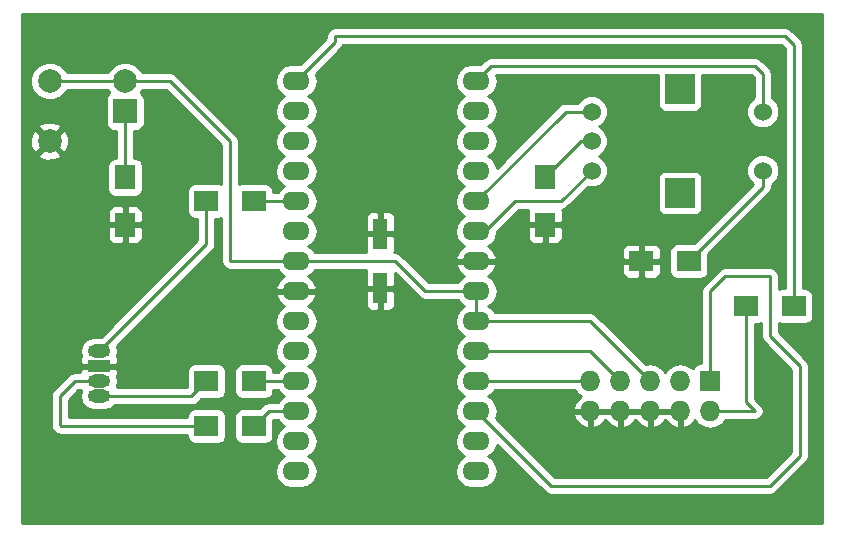
<source format=gbr>
G04 #@! TF.FileFunction,Copper,L2,Bot,Signal*
%FSLAX46Y46*%
G04 Gerber Fmt 4.6, Leading zero omitted, Abs format (unit mm)*
G04 Created by KiCad (PCBNEW 4.0.0-rc1-stable) date 2/17/2016 9:04:39 PM*
%MOMM*%
G01*
G04 APERTURE LIST*
%ADD10C,0.100000*%
%ADD11R,1.727200X1.727200*%
%ADD12O,1.727200X1.727200*%
%ADD13R,2.000000X2.000000*%
%ADD14C,2.000000*%
%ADD15O,1.905000X1.117600*%
%ADD16R,1.905000X1.117600*%
%ADD17C,1.524000*%
%ADD18R,2.500000X2.500000*%
%ADD19O,2.300000X1.600000*%
%ADD20R,1.700000X2.000000*%
%ADD21R,2.000000X1.700000*%
%ADD22R,1.198880X2.598420*%
%ADD23R,1.198880X2.600960*%
%ADD24C,0.250000*%
%ADD25C,0.254000*%
G04 APERTURE END LIST*
D10*
D11*
X191770000Y-135890000D03*
D12*
X191770000Y-138430000D03*
X189230000Y-135890000D03*
X189230000Y-138430000D03*
X186690000Y-135890000D03*
X186690000Y-138430000D03*
X184150000Y-135890000D03*
X184150000Y-138430000D03*
X181610000Y-135890000D03*
X181610000Y-138430000D03*
D13*
X142240000Y-113030000D03*
D14*
X142240000Y-110490000D03*
D15*
X140040000Y-133360000D03*
D16*
X140040000Y-134630000D03*
D15*
X140040000Y-135900000D03*
X140040000Y-137170000D03*
D17*
X196230000Y-118070000D03*
X196230000Y-113070000D03*
X181730000Y-115570000D03*
X181730000Y-118070000D03*
X181730000Y-113070000D03*
D18*
X189230000Y-119970000D03*
X189230000Y-111170000D03*
D19*
X156714524Y-110485000D03*
X156714524Y-113025000D03*
X156714524Y-115565000D03*
X156714524Y-118105000D03*
X156714524Y-120645000D03*
X156714524Y-123185000D03*
X156714524Y-125725000D03*
X156714524Y-128265000D03*
X156714524Y-130805000D03*
X156714524Y-133345000D03*
X156714524Y-135885000D03*
X156714524Y-138425000D03*
X156714524Y-140965000D03*
X156714524Y-143505000D03*
X171954524Y-143505000D03*
X171954524Y-140965000D03*
X171954524Y-138425000D03*
X171954524Y-135885000D03*
X171954524Y-133345000D03*
X171954524Y-130805000D03*
X171954524Y-128265000D03*
X171954524Y-125725000D03*
X171954524Y-123185000D03*
X171954524Y-120645000D03*
X171954524Y-118105000D03*
X171954524Y-115565000D03*
X171954524Y-113025000D03*
X171954524Y-110485000D03*
D20*
X142240000Y-122650000D03*
X142240000Y-118650000D03*
D21*
X194850000Y-129540000D03*
X198850000Y-129540000D03*
X189960000Y-125730000D03*
X185960000Y-125730000D03*
D20*
X177800000Y-122650000D03*
X177800000Y-118650000D03*
D21*
X149130000Y-139700000D03*
X153130000Y-139700000D03*
X149130000Y-135890000D03*
X153130000Y-135890000D03*
X149130000Y-120650000D03*
X153130000Y-120650000D03*
D14*
X135850000Y-115570000D03*
X135850000Y-110490000D03*
D22*
X163830000Y-123428760D03*
D23*
X163830000Y-128031240D03*
D24*
X191770000Y-135890000D02*
X191770000Y-128270000D01*
X178309524Y-144780000D02*
X171954524Y-138425000D01*
X196850000Y-144780000D02*
X178309524Y-144780000D01*
X199390000Y-142240000D02*
X196850000Y-144780000D01*
X199390000Y-134620000D02*
X199390000Y-142240000D01*
X196850000Y-132080000D02*
X199390000Y-134620000D01*
X196850000Y-127000000D02*
X196850000Y-132080000D01*
X193040000Y-127000000D02*
X196850000Y-127000000D01*
X191770000Y-128270000D02*
X193040000Y-127000000D01*
X156714524Y-125725000D02*
X165095000Y-125725000D01*
X167640000Y-128270000D02*
X171949524Y-128270000D01*
X165095000Y-125725000D02*
X167640000Y-128270000D01*
X171949524Y-128270000D02*
X171954524Y-128265000D01*
X171954524Y-130805000D02*
X171954524Y-128265000D01*
X142240000Y-110490000D02*
X146050000Y-110490000D01*
X151135000Y-125725000D02*
X156714524Y-125725000D01*
X151130000Y-125730000D02*
X151135000Y-125725000D01*
X151130000Y-115570000D02*
X151130000Y-125730000D01*
X146050000Y-110490000D02*
X151130000Y-115570000D01*
X191770000Y-138430000D02*
X195580000Y-138430000D01*
X194850000Y-137700000D02*
X194850000Y-129540000D01*
X195580000Y-138430000D02*
X194850000Y-137700000D01*
X186690000Y-135890000D02*
X181610000Y-130810000D01*
X181610000Y-130810000D02*
X171959524Y-130810000D01*
X171959524Y-130810000D02*
X171954524Y-130805000D01*
X142240000Y-110490000D02*
X135850000Y-110490000D01*
X184150000Y-135890000D02*
X181610000Y-133350000D01*
X181610000Y-133350000D02*
X171959524Y-133350000D01*
X171959524Y-133350000D02*
X171954524Y-133345000D01*
X142240000Y-113030000D02*
X142240000Y-118650000D01*
X149130000Y-120650000D02*
X149130000Y-124270000D01*
X149130000Y-124270000D02*
X140040000Y-133360000D01*
X149130000Y-139700000D02*
X136790000Y-139700000D01*
X137970000Y-135900000D02*
X140040000Y-135900000D01*
X136710000Y-137160000D02*
X137970000Y-135900000D01*
X136710000Y-139620000D02*
X136710000Y-137160000D01*
X136790000Y-139700000D02*
X136710000Y-139620000D01*
X140040000Y-137170000D02*
X147850000Y-137170000D01*
X147850000Y-137170000D02*
X149130000Y-135890000D01*
X196230000Y-118070000D02*
X196230000Y-119460000D01*
X196230000Y-119460000D02*
X189960000Y-125730000D01*
X196230000Y-113070000D02*
X196230000Y-109870000D01*
X173219524Y-109220000D02*
X171954524Y-110485000D01*
X195580000Y-109220000D02*
X173219524Y-109220000D01*
X196230000Y-109870000D02*
X195580000Y-109220000D01*
X181730000Y-115570000D02*
X180880000Y-115570000D01*
X180880000Y-115570000D02*
X177800000Y-118650000D01*
X171954524Y-123185000D02*
X172725000Y-123185000D01*
X172725000Y-123185000D02*
X175260000Y-120650000D01*
X175260000Y-120650000D02*
X179150000Y-120650000D01*
X179150000Y-120650000D02*
X181730000Y-118070000D01*
X181730000Y-113070000D02*
X179529524Y-113070000D01*
X179529524Y-113070000D02*
X171954524Y-120645000D01*
X160020000Y-106680000D02*
X160020000Y-107179524D01*
X198850000Y-107410000D02*
X198120000Y-106680000D01*
X198120000Y-106680000D02*
X160020000Y-106680000D01*
X198850000Y-129540000D02*
X198850000Y-107410000D01*
X160020000Y-107179524D02*
X156714524Y-110485000D01*
X156714524Y-120645000D02*
X153135000Y-120645000D01*
X153135000Y-120645000D02*
X153130000Y-120650000D01*
X156714524Y-135885000D02*
X153135000Y-135885000D01*
X153135000Y-135885000D02*
X153130000Y-135890000D01*
X156714524Y-138425000D02*
X154405000Y-138425000D01*
X154405000Y-138425000D02*
X153130000Y-139700000D01*
X181610000Y-135890000D02*
X171959524Y-135890000D01*
X171959524Y-135890000D02*
X171954524Y-135885000D01*
D25*
G36*
X201220000Y-147880000D02*
X133477000Y-147880000D01*
X133477000Y-137160000D01*
X135950000Y-137160000D01*
X135950000Y-139620000D01*
X136007852Y-139910839D01*
X136172599Y-140157401D01*
X136252599Y-140237401D01*
X136499161Y-140402148D01*
X136790000Y-140460000D01*
X147482560Y-140460000D01*
X147482560Y-140550000D01*
X147526838Y-140785317D01*
X147665910Y-141001441D01*
X147878110Y-141146431D01*
X148130000Y-141197440D01*
X150130000Y-141197440D01*
X150365317Y-141153162D01*
X150581441Y-141014090D01*
X150726431Y-140801890D01*
X150777440Y-140550000D01*
X150777440Y-138850000D01*
X150733162Y-138614683D01*
X150594090Y-138398559D01*
X150381890Y-138253569D01*
X150130000Y-138202560D01*
X148130000Y-138202560D01*
X147894683Y-138246838D01*
X147678559Y-138385910D01*
X147533569Y-138598110D01*
X147482560Y-138850000D01*
X147482560Y-138940000D01*
X137470000Y-138940000D01*
X137470000Y-137474802D01*
X138284802Y-136660000D01*
X138547788Y-136660000D01*
X138512272Y-136713153D01*
X138421399Y-137170000D01*
X138512272Y-137626847D01*
X138771055Y-138014144D01*
X139158352Y-138272927D01*
X139615199Y-138363800D01*
X140464801Y-138363800D01*
X140921648Y-138272927D01*
X141308945Y-138014144D01*
X141365168Y-137930000D01*
X147850000Y-137930000D01*
X148140839Y-137872148D01*
X148387401Y-137707401D01*
X148707362Y-137387440D01*
X150130000Y-137387440D01*
X150365317Y-137343162D01*
X150581441Y-137204090D01*
X150726431Y-136991890D01*
X150777440Y-136740000D01*
X150777440Y-135040000D01*
X151482560Y-135040000D01*
X151482560Y-136740000D01*
X151526838Y-136975317D01*
X151665910Y-137191441D01*
X151878110Y-137336431D01*
X152130000Y-137387440D01*
X154130000Y-137387440D01*
X154365317Y-137343162D01*
X154581441Y-137204090D01*
X154726431Y-136991890D01*
X154777440Y-136740000D01*
X154777440Y-136645000D01*
X155144672Y-136645000D01*
X155314856Y-136899698D01*
X155696942Y-137155000D01*
X155314856Y-137410302D01*
X155144672Y-137665000D01*
X154405000Y-137665000D01*
X154114160Y-137722852D01*
X153867599Y-137887599D01*
X153552638Y-138202560D01*
X152130000Y-138202560D01*
X151894683Y-138246838D01*
X151678559Y-138385910D01*
X151533569Y-138598110D01*
X151482560Y-138850000D01*
X151482560Y-140550000D01*
X151526838Y-140785317D01*
X151665910Y-141001441D01*
X151878110Y-141146431D01*
X152130000Y-141197440D01*
X154130000Y-141197440D01*
X154365317Y-141153162D01*
X154581441Y-141014090D01*
X154726431Y-140801890D01*
X154777440Y-140550000D01*
X154777440Y-139185000D01*
X155144672Y-139185000D01*
X155314856Y-139439698D01*
X155696942Y-139695000D01*
X155314856Y-139950302D01*
X155003787Y-140415849D01*
X154894554Y-140965000D01*
X155003787Y-141514151D01*
X155314856Y-141979698D01*
X155696942Y-142235000D01*
X155314856Y-142490302D01*
X155003787Y-142955849D01*
X154894554Y-143505000D01*
X155003787Y-144054151D01*
X155314856Y-144519698D01*
X155780403Y-144830767D01*
X156329554Y-144940000D01*
X157099494Y-144940000D01*
X157648645Y-144830767D01*
X158114192Y-144519698D01*
X158425261Y-144054151D01*
X158534494Y-143505000D01*
X158425261Y-142955849D01*
X158114192Y-142490302D01*
X157732106Y-142235000D01*
X158114192Y-141979698D01*
X158425261Y-141514151D01*
X158534494Y-140965000D01*
X158425261Y-140415849D01*
X158114192Y-139950302D01*
X157732106Y-139695000D01*
X158114192Y-139439698D01*
X158425261Y-138974151D01*
X158534494Y-138425000D01*
X158425261Y-137875849D01*
X158114192Y-137410302D01*
X157732106Y-137155000D01*
X158114192Y-136899698D01*
X158425261Y-136434151D01*
X158534494Y-135885000D01*
X158425261Y-135335849D01*
X158114192Y-134870302D01*
X157732106Y-134615000D01*
X158114192Y-134359698D01*
X158425261Y-133894151D01*
X158534494Y-133345000D01*
X158425261Y-132795849D01*
X158114192Y-132330302D01*
X157732106Y-132075000D01*
X158114192Y-131819698D01*
X158425261Y-131354151D01*
X158534494Y-130805000D01*
X158425261Y-130255849D01*
X158114192Y-129790302D01*
X157736373Y-129537851D01*
X158169024Y-129189896D01*
X158438891Y-128696819D01*
X158456428Y-128614039D01*
X158334439Y-128392000D01*
X156841524Y-128392000D01*
X156841524Y-128412000D01*
X156587524Y-128412000D01*
X156587524Y-128392000D01*
X155094609Y-128392000D01*
X154972620Y-128614039D01*
X154990157Y-128696819D01*
X155260024Y-129189896D01*
X155692675Y-129537851D01*
X155314856Y-129790302D01*
X155003787Y-130255849D01*
X154894554Y-130805000D01*
X155003787Y-131354151D01*
X155314856Y-131819698D01*
X155696942Y-132075000D01*
X155314856Y-132330302D01*
X155003787Y-132795849D01*
X154894554Y-133345000D01*
X155003787Y-133894151D01*
X155314856Y-134359698D01*
X155696942Y-134615000D01*
X155314856Y-134870302D01*
X155144672Y-135125000D01*
X154777440Y-135125000D01*
X154777440Y-135040000D01*
X154733162Y-134804683D01*
X154594090Y-134588559D01*
X154381890Y-134443569D01*
X154130000Y-134392560D01*
X152130000Y-134392560D01*
X151894683Y-134436838D01*
X151678559Y-134575910D01*
X151533569Y-134788110D01*
X151482560Y-135040000D01*
X150777440Y-135040000D01*
X150733162Y-134804683D01*
X150594090Y-134588559D01*
X150381890Y-134443569D01*
X150130000Y-134392560D01*
X148130000Y-134392560D01*
X147894683Y-134436838D01*
X147678559Y-134575910D01*
X147533569Y-134788110D01*
X147482560Y-135040000D01*
X147482560Y-136410000D01*
X141532212Y-136410000D01*
X141567728Y-136356847D01*
X141658601Y-135900000D01*
X141569913Y-135454137D01*
X141627500Y-135315110D01*
X141627500Y-134915750D01*
X141468750Y-134757000D01*
X140720188Y-134757000D01*
X140464801Y-134706200D01*
X139615199Y-134706200D01*
X139359812Y-134757000D01*
X138611250Y-134757000D01*
X138452500Y-134915750D01*
X138452500Y-135140000D01*
X137970000Y-135140000D01*
X137679161Y-135197852D01*
X137432599Y-135362599D01*
X136172599Y-136622599D01*
X136007852Y-136869161D01*
X135950000Y-137160000D01*
X133477000Y-137160000D01*
X133477000Y-122935750D01*
X140755000Y-122935750D01*
X140755000Y-123776309D01*
X140851673Y-124009698D01*
X141030301Y-124188327D01*
X141263690Y-124285000D01*
X141954250Y-124285000D01*
X142113000Y-124126250D01*
X142113000Y-122777000D01*
X142367000Y-122777000D01*
X142367000Y-124126250D01*
X142525750Y-124285000D01*
X143216310Y-124285000D01*
X143449699Y-124188327D01*
X143628327Y-124009698D01*
X143725000Y-123776309D01*
X143725000Y-122935750D01*
X143566250Y-122777000D01*
X142367000Y-122777000D01*
X142113000Y-122777000D01*
X140913750Y-122777000D01*
X140755000Y-122935750D01*
X133477000Y-122935750D01*
X133477000Y-121523691D01*
X140755000Y-121523691D01*
X140755000Y-122364250D01*
X140913750Y-122523000D01*
X142113000Y-122523000D01*
X142113000Y-121173750D01*
X142367000Y-121173750D01*
X142367000Y-122523000D01*
X143566250Y-122523000D01*
X143725000Y-122364250D01*
X143725000Y-121523691D01*
X143628327Y-121290302D01*
X143449699Y-121111673D01*
X143216310Y-121015000D01*
X142525750Y-121015000D01*
X142367000Y-121173750D01*
X142113000Y-121173750D01*
X141954250Y-121015000D01*
X141263690Y-121015000D01*
X141030301Y-121111673D01*
X140851673Y-121290302D01*
X140755000Y-121523691D01*
X133477000Y-121523691D01*
X133477000Y-116722532D01*
X134877073Y-116722532D01*
X134975736Y-116989387D01*
X135585461Y-117215908D01*
X136235460Y-117191856D01*
X136724264Y-116989387D01*
X136822927Y-116722532D01*
X135850000Y-115749605D01*
X134877073Y-116722532D01*
X133477000Y-116722532D01*
X133477000Y-115305461D01*
X134204092Y-115305461D01*
X134228144Y-115955460D01*
X134430613Y-116444264D01*
X134697468Y-116542927D01*
X135670395Y-115570000D01*
X136029605Y-115570000D01*
X137002532Y-116542927D01*
X137269387Y-116444264D01*
X137495908Y-115834539D01*
X137471856Y-115184540D01*
X137269387Y-114695736D01*
X137002532Y-114597073D01*
X136029605Y-115570000D01*
X135670395Y-115570000D01*
X134697468Y-114597073D01*
X134430613Y-114695736D01*
X134204092Y-115305461D01*
X133477000Y-115305461D01*
X133477000Y-114417468D01*
X134877073Y-114417468D01*
X135850000Y-115390395D01*
X136822927Y-114417468D01*
X136724264Y-114150613D01*
X136114539Y-113924092D01*
X135464540Y-113948144D01*
X134975736Y-114150613D01*
X134877073Y-114417468D01*
X133477000Y-114417468D01*
X133477000Y-110813795D01*
X134214716Y-110813795D01*
X134463106Y-111414943D01*
X134922637Y-111875278D01*
X135523352Y-112124716D01*
X136173795Y-112125284D01*
X136774943Y-111876894D01*
X137235278Y-111417363D01*
X137304773Y-111250000D01*
X140784953Y-111250000D01*
X140853106Y-111414943D01*
X140919621Y-111481574D01*
X140788559Y-111565910D01*
X140643569Y-111778110D01*
X140592560Y-112030000D01*
X140592560Y-114030000D01*
X140636838Y-114265317D01*
X140775910Y-114481441D01*
X140988110Y-114626431D01*
X141240000Y-114677440D01*
X141480000Y-114677440D01*
X141480000Y-117002560D01*
X141390000Y-117002560D01*
X141154683Y-117046838D01*
X140938559Y-117185910D01*
X140793569Y-117398110D01*
X140742560Y-117650000D01*
X140742560Y-119650000D01*
X140786838Y-119885317D01*
X140925910Y-120101441D01*
X141138110Y-120246431D01*
X141390000Y-120297440D01*
X143090000Y-120297440D01*
X143325317Y-120253162D01*
X143541441Y-120114090D01*
X143686431Y-119901890D01*
X143737440Y-119650000D01*
X143737440Y-117650000D01*
X143693162Y-117414683D01*
X143554090Y-117198559D01*
X143341890Y-117053569D01*
X143090000Y-117002560D01*
X143000000Y-117002560D01*
X143000000Y-114677440D01*
X143240000Y-114677440D01*
X143475317Y-114633162D01*
X143691441Y-114494090D01*
X143836431Y-114281890D01*
X143887440Y-114030000D01*
X143887440Y-112030000D01*
X143843162Y-111794683D01*
X143704090Y-111578559D01*
X143561439Y-111481090D01*
X143625278Y-111417363D01*
X143694773Y-111250000D01*
X145735198Y-111250000D01*
X150370000Y-115884802D01*
X150370000Y-119201161D01*
X150130000Y-119152560D01*
X148130000Y-119152560D01*
X147894683Y-119196838D01*
X147678559Y-119335910D01*
X147533569Y-119548110D01*
X147482560Y-119800000D01*
X147482560Y-121500000D01*
X147526838Y-121735317D01*
X147665910Y-121951441D01*
X147878110Y-122096431D01*
X148130000Y-122147440D01*
X148370000Y-122147440D01*
X148370000Y-123955198D01*
X140158998Y-132166200D01*
X139615199Y-132166200D01*
X139158352Y-132257073D01*
X138771055Y-132515856D01*
X138512272Y-132903153D01*
X138421399Y-133360000D01*
X138510087Y-133805863D01*
X138452500Y-133944890D01*
X138452500Y-134344250D01*
X138611250Y-134503000D01*
X139359812Y-134503000D01*
X139615199Y-134553800D01*
X140464801Y-134553800D01*
X140720188Y-134503000D01*
X141468750Y-134503000D01*
X141627500Y-134344250D01*
X141627500Y-133944890D01*
X141569913Y-133805863D01*
X141658601Y-133360000D01*
X141568379Y-132906423D01*
X146157812Y-128316990D01*
X162595560Y-128316990D01*
X162595560Y-129458029D01*
X162692233Y-129691418D01*
X162870861Y-129870047D01*
X163104250Y-129966720D01*
X163544250Y-129966720D01*
X163703000Y-129807970D01*
X163703000Y-128158240D01*
X163957000Y-128158240D01*
X163957000Y-129807970D01*
X164115750Y-129966720D01*
X164555750Y-129966720D01*
X164789139Y-129870047D01*
X164967767Y-129691418D01*
X165064440Y-129458029D01*
X165064440Y-128316990D01*
X164905690Y-128158240D01*
X163957000Y-128158240D01*
X163703000Y-128158240D01*
X162754310Y-128158240D01*
X162595560Y-128316990D01*
X146157812Y-128316990D01*
X149667401Y-124807401D01*
X149832148Y-124560840D01*
X149890000Y-124270000D01*
X149890000Y-122147440D01*
X150130000Y-122147440D01*
X150365317Y-122103162D01*
X150370000Y-122100149D01*
X150370000Y-125730000D01*
X150427852Y-126020839D01*
X150592599Y-126267401D01*
X150839161Y-126432148D01*
X151130000Y-126490000D01*
X151155136Y-126485000D01*
X155144672Y-126485000D01*
X155314856Y-126739698D01*
X155692675Y-126992149D01*
X155260024Y-127340104D01*
X154990157Y-127833181D01*
X154972620Y-127915961D01*
X155094609Y-128138000D01*
X156587524Y-128138000D01*
X156587524Y-128118000D01*
X156841524Y-128118000D01*
X156841524Y-128138000D01*
X158334439Y-128138000D01*
X158456428Y-127915961D01*
X158438891Y-127833181D01*
X158169024Y-127340104D01*
X157736373Y-126992149D01*
X158114192Y-126739698D01*
X158284376Y-126485000D01*
X162645038Y-126485000D01*
X162595560Y-126604451D01*
X162595560Y-127745490D01*
X162754310Y-127904240D01*
X163703000Y-127904240D01*
X163703000Y-127884240D01*
X163957000Y-127884240D01*
X163957000Y-127904240D01*
X164905690Y-127904240D01*
X165064440Y-127745490D01*
X165064440Y-126769242D01*
X167102599Y-128807401D01*
X167349161Y-128972148D01*
X167640000Y-129030000D01*
X170388013Y-129030000D01*
X170554856Y-129279698D01*
X170936942Y-129535000D01*
X170554856Y-129790302D01*
X170243787Y-130255849D01*
X170134554Y-130805000D01*
X170243787Y-131354151D01*
X170554856Y-131819698D01*
X170936942Y-132075000D01*
X170554856Y-132330302D01*
X170243787Y-132795849D01*
X170134554Y-133345000D01*
X170243787Y-133894151D01*
X170554856Y-134359698D01*
X170936942Y-134615000D01*
X170554856Y-134870302D01*
X170243787Y-135335849D01*
X170134554Y-135885000D01*
X170243787Y-136434151D01*
X170554856Y-136899698D01*
X170936942Y-137155000D01*
X170554856Y-137410302D01*
X170243787Y-137875849D01*
X170134554Y-138425000D01*
X170243787Y-138974151D01*
X170554856Y-139439698D01*
X170936942Y-139695000D01*
X170554856Y-139950302D01*
X170243787Y-140415849D01*
X170134554Y-140965000D01*
X170243787Y-141514151D01*
X170554856Y-141979698D01*
X170936942Y-142235000D01*
X170554856Y-142490302D01*
X170243787Y-142955849D01*
X170134554Y-143505000D01*
X170243787Y-144054151D01*
X170554856Y-144519698D01*
X171020403Y-144830767D01*
X171569554Y-144940000D01*
X172339494Y-144940000D01*
X172888645Y-144830767D01*
X173354192Y-144519698D01*
X173665261Y-144054151D01*
X173774494Y-143505000D01*
X173665261Y-142955849D01*
X173354192Y-142490302D01*
X172972106Y-142235000D01*
X173354192Y-141979698D01*
X173665261Y-141514151D01*
X173715634Y-141260912D01*
X177772123Y-145317401D01*
X178018684Y-145482148D01*
X178309524Y-145540000D01*
X196850000Y-145540000D01*
X197140839Y-145482148D01*
X197387401Y-145317401D01*
X199927401Y-142777401D01*
X200092148Y-142530840D01*
X200101746Y-142482586D01*
X200150000Y-142240000D01*
X200150000Y-134620000D01*
X200098222Y-134359698D01*
X200092148Y-134329160D01*
X199927401Y-134082599D01*
X197610000Y-131765198D01*
X197610000Y-130988839D01*
X197850000Y-131037440D01*
X199850000Y-131037440D01*
X200085317Y-130993162D01*
X200301441Y-130854090D01*
X200446431Y-130641890D01*
X200497440Y-130390000D01*
X200497440Y-128690000D01*
X200453162Y-128454683D01*
X200314090Y-128238559D01*
X200101890Y-128093569D01*
X199850000Y-128042560D01*
X199610000Y-128042560D01*
X199610000Y-107410000D01*
X199552148Y-107119161D01*
X199387401Y-106872599D01*
X198657401Y-106142599D01*
X198410839Y-105977852D01*
X198120000Y-105920000D01*
X160020000Y-105920000D01*
X159729161Y-105977852D01*
X159482599Y-106142599D01*
X159317852Y-106389161D01*
X159260000Y-106680000D01*
X159260000Y-106864722D01*
X157074722Y-109050000D01*
X156329554Y-109050000D01*
X155780403Y-109159233D01*
X155314856Y-109470302D01*
X155003787Y-109935849D01*
X154894554Y-110485000D01*
X155003787Y-111034151D01*
X155314856Y-111499698D01*
X155696942Y-111755000D01*
X155314856Y-112010302D01*
X155003787Y-112475849D01*
X154894554Y-113025000D01*
X155003787Y-113574151D01*
X155314856Y-114039698D01*
X155696942Y-114295000D01*
X155314856Y-114550302D01*
X155003787Y-115015849D01*
X154894554Y-115565000D01*
X155003787Y-116114151D01*
X155314856Y-116579698D01*
X155696942Y-116835000D01*
X155314856Y-117090302D01*
X155003787Y-117555849D01*
X154894554Y-118105000D01*
X155003787Y-118654151D01*
X155314856Y-119119698D01*
X155696942Y-119375000D01*
X155314856Y-119630302D01*
X155144672Y-119885000D01*
X154777440Y-119885000D01*
X154777440Y-119800000D01*
X154733162Y-119564683D01*
X154594090Y-119348559D01*
X154381890Y-119203569D01*
X154130000Y-119152560D01*
X152130000Y-119152560D01*
X151894683Y-119196838D01*
X151890000Y-119199851D01*
X151890000Y-115570000D01*
X151832148Y-115279161D01*
X151667401Y-115032599D01*
X146587401Y-109952599D01*
X146340839Y-109787852D01*
X146050000Y-109730000D01*
X143695047Y-109730000D01*
X143626894Y-109565057D01*
X143167363Y-109104722D01*
X142566648Y-108855284D01*
X141916205Y-108854716D01*
X141315057Y-109103106D01*
X140854722Y-109562637D01*
X140785227Y-109730000D01*
X137305047Y-109730000D01*
X137236894Y-109565057D01*
X136777363Y-109104722D01*
X136176648Y-108855284D01*
X135526205Y-108854716D01*
X134925057Y-109103106D01*
X134464722Y-109562637D01*
X134215284Y-110163352D01*
X134214716Y-110813795D01*
X133477000Y-110813795D01*
X133477000Y-104850000D01*
X201220000Y-104850000D01*
X201220000Y-147880000D01*
X201220000Y-147880000D01*
G37*
X201220000Y-147880000D02*
X133477000Y-147880000D01*
X133477000Y-137160000D01*
X135950000Y-137160000D01*
X135950000Y-139620000D01*
X136007852Y-139910839D01*
X136172599Y-140157401D01*
X136252599Y-140237401D01*
X136499161Y-140402148D01*
X136790000Y-140460000D01*
X147482560Y-140460000D01*
X147482560Y-140550000D01*
X147526838Y-140785317D01*
X147665910Y-141001441D01*
X147878110Y-141146431D01*
X148130000Y-141197440D01*
X150130000Y-141197440D01*
X150365317Y-141153162D01*
X150581441Y-141014090D01*
X150726431Y-140801890D01*
X150777440Y-140550000D01*
X150777440Y-138850000D01*
X150733162Y-138614683D01*
X150594090Y-138398559D01*
X150381890Y-138253569D01*
X150130000Y-138202560D01*
X148130000Y-138202560D01*
X147894683Y-138246838D01*
X147678559Y-138385910D01*
X147533569Y-138598110D01*
X147482560Y-138850000D01*
X147482560Y-138940000D01*
X137470000Y-138940000D01*
X137470000Y-137474802D01*
X138284802Y-136660000D01*
X138547788Y-136660000D01*
X138512272Y-136713153D01*
X138421399Y-137170000D01*
X138512272Y-137626847D01*
X138771055Y-138014144D01*
X139158352Y-138272927D01*
X139615199Y-138363800D01*
X140464801Y-138363800D01*
X140921648Y-138272927D01*
X141308945Y-138014144D01*
X141365168Y-137930000D01*
X147850000Y-137930000D01*
X148140839Y-137872148D01*
X148387401Y-137707401D01*
X148707362Y-137387440D01*
X150130000Y-137387440D01*
X150365317Y-137343162D01*
X150581441Y-137204090D01*
X150726431Y-136991890D01*
X150777440Y-136740000D01*
X150777440Y-135040000D01*
X151482560Y-135040000D01*
X151482560Y-136740000D01*
X151526838Y-136975317D01*
X151665910Y-137191441D01*
X151878110Y-137336431D01*
X152130000Y-137387440D01*
X154130000Y-137387440D01*
X154365317Y-137343162D01*
X154581441Y-137204090D01*
X154726431Y-136991890D01*
X154777440Y-136740000D01*
X154777440Y-136645000D01*
X155144672Y-136645000D01*
X155314856Y-136899698D01*
X155696942Y-137155000D01*
X155314856Y-137410302D01*
X155144672Y-137665000D01*
X154405000Y-137665000D01*
X154114160Y-137722852D01*
X153867599Y-137887599D01*
X153552638Y-138202560D01*
X152130000Y-138202560D01*
X151894683Y-138246838D01*
X151678559Y-138385910D01*
X151533569Y-138598110D01*
X151482560Y-138850000D01*
X151482560Y-140550000D01*
X151526838Y-140785317D01*
X151665910Y-141001441D01*
X151878110Y-141146431D01*
X152130000Y-141197440D01*
X154130000Y-141197440D01*
X154365317Y-141153162D01*
X154581441Y-141014090D01*
X154726431Y-140801890D01*
X154777440Y-140550000D01*
X154777440Y-139185000D01*
X155144672Y-139185000D01*
X155314856Y-139439698D01*
X155696942Y-139695000D01*
X155314856Y-139950302D01*
X155003787Y-140415849D01*
X154894554Y-140965000D01*
X155003787Y-141514151D01*
X155314856Y-141979698D01*
X155696942Y-142235000D01*
X155314856Y-142490302D01*
X155003787Y-142955849D01*
X154894554Y-143505000D01*
X155003787Y-144054151D01*
X155314856Y-144519698D01*
X155780403Y-144830767D01*
X156329554Y-144940000D01*
X157099494Y-144940000D01*
X157648645Y-144830767D01*
X158114192Y-144519698D01*
X158425261Y-144054151D01*
X158534494Y-143505000D01*
X158425261Y-142955849D01*
X158114192Y-142490302D01*
X157732106Y-142235000D01*
X158114192Y-141979698D01*
X158425261Y-141514151D01*
X158534494Y-140965000D01*
X158425261Y-140415849D01*
X158114192Y-139950302D01*
X157732106Y-139695000D01*
X158114192Y-139439698D01*
X158425261Y-138974151D01*
X158534494Y-138425000D01*
X158425261Y-137875849D01*
X158114192Y-137410302D01*
X157732106Y-137155000D01*
X158114192Y-136899698D01*
X158425261Y-136434151D01*
X158534494Y-135885000D01*
X158425261Y-135335849D01*
X158114192Y-134870302D01*
X157732106Y-134615000D01*
X158114192Y-134359698D01*
X158425261Y-133894151D01*
X158534494Y-133345000D01*
X158425261Y-132795849D01*
X158114192Y-132330302D01*
X157732106Y-132075000D01*
X158114192Y-131819698D01*
X158425261Y-131354151D01*
X158534494Y-130805000D01*
X158425261Y-130255849D01*
X158114192Y-129790302D01*
X157736373Y-129537851D01*
X158169024Y-129189896D01*
X158438891Y-128696819D01*
X158456428Y-128614039D01*
X158334439Y-128392000D01*
X156841524Y-128392000D01*
X156841524Y-128412000D01*
X156587524Y-128412000D01*
X156587524Y-128392000D01*
X155094609Y-128392000D01*
X154972620Y-128614039D01*
X154990157Y-128696819D01*
X155260024Y-129189896D01*
X155692675Y-129537851D01*
X155314856Y-129790302D01*
X155003787Y-130255849D01*
X154894554Y-130805000D01*
X155003787Y-131354151D01*
X155314856Y-131819698D01*
X155696942Y-132075000D01*
X155314856Y-132330302D01*
X155003787Y-132795849D01*
X154894554Y-133345000D01*
X155003787Y-133894151D01*
X155314856Y-134359698D01*
X155696942Y-134615000D01*
X155314856Y-134870302D01*
X155144672Y-135125000D01*
X154777440Y-135125000D01*
X154777440Y-135040000D01*
X154733162Y-134804683D01*
X154594090Y-134588559D01*
X154381890Y-134443569D01*
X154130000Y-134392560D01*
X152130000Y-134392560D01*
X151894683Y-134436838D01*
X151678559Y-134575910D01*
X151533569Y-134788110D01*
X151482560Y-135040000D01*
X150777440Y-135040000D01*
X150733162Y-134804683D01*
X150594090Y-134588559D01*
X150381890Y-134443569D01*
X150130000Y-134392560D01*
X148130000Y-134392560D01*
X147894683Y-134436838D01*
X147678559Y-134575910D01*
X147533569Y-134788110D01*
X147482560Y-135040000D01*
X147482560Y-136410000D01*
X141532212Y-136410000D01*
X141567728Y-136356847D01*
X141658601Y-135900000D01*
X141569913Y-135454137D01*
X141627500Y-135315110D01*
X141627500Y-134915750D01*
X141468750Y-134757000D01*
X140720188Y-134757000D01*
X140464801Y-134706200D01*
X139615199Y-134706200D01*
X139359812Y-134757000D01*
X138611250Y-134757000D01*
X138452500Y-134915750D01*
X138452500Y-135140000D01*
X137970000Y-135140000D01*
X137679161Y-135197852D01*
X137432599Y-135362599D01*
X136172599Y-136622599D01*
X136007852Y-136869161D01*
X135950000Y-137160000D01*
X133477000Y-137160000D01*
X133477000Y-122935750D01*
X140755000Y-122935750D01*
X140755000Y-123776309D01*
X140851673Y-124009698D01*
X141030301Y-124188327D01*
X141263690Y-124285000D01*
X141954250Y-124285000D01*
X142113000Y-124126250D01*
X142113000Y-122777000D01*
X142367000Y-122777000D01*
X142367000Y-124126250D01*
X142525750Y-124285000D01*
X143216310Y-124285000D01*
X143449699Y-124188327D01*
X143628327Y-124009698D01*
X143725000Y-123776309D01*
X143725000Y-122935750D01*
X143566250Y-122777000D01*
X142367000Y-122777000D01*
X142113000Y-122777000D01*
X140913750Y-122777000D01*
X140755000Y-122935750D01*
X133477000Y-122935750D01*
X133477000Y-121523691D01*
X140755000Y-121523691D01*
X140755000Y-122364250D01*
X140913750Y-122523000D01*
X142113000Y-122523000D01*
X142113000Y-121173750D01*
X142367000Y-121173750D01*
X142367000Y-122523000D01*
X143566250Y-122523000D01*
X143725000Y-122364250D01*
X143725000Y-121523691D01*
X143628327Y-121290302D01*
X143449699Y-121111673D01*
X143216310Y-121015000D01*
X142525750Y-121015000D01*
X142367000Y-121173750D01*
X142113000Y-121173750D01*
X141954250Y-121015000D01*
X141263690Y-121015000D01*
X141030301Y-121111673D01*
X140851673Y-121290302D01*
X140755000Y-121523691D01*
X133477000Y-121523691D01*
X133477000Y-116722532D01*
X134877073Y-116722532D01*
X134975736Y-116989387D01*
X135585461Y-117215908D01*
X136235460Y-117191856D01*
X136724264Y-116989387D01*
X136822927Y-116722532D01*
X135850000Y-115749605D01*
X134877073Y-116722532D01*
X133477000Y-116722532D01*
X133477000Y-115305461D01*
X134204092Y-115305461D01*
X134228144Y-115955460D01*
X134430613Y-116444264D01*
X134697468Y-116542927D01*
X135670395Y-115570000D01*
X136029605Y-115570000D01*
X137002532Y-116542927D01*
X137269387Y-116444264D01*
X137495908Y-115834539D01*
X137471856Y-115184540D01*
X137269387Y-114695736D01*
X137002532Y-114597073D01*
X136029605Y-115570000D01*
X135670395Y-115570000D01*
X134697468Y-114597073D01*
X134430613Y-114695736D01*
X134204092Y-115305461D01*
X133477000Y-115305461D01*
X133477000Y-114417468D01*
X134877073Y-114417468D01*
X135850000Y-115390395D01*
X136822927Y-114417468D01*
X136724264Y-114150613D01*
X136114539Y-113924092D01*
X135464540Y-113948144D01*
X134975736Y-114150613D01*
X134877073Y-114417468D01*
X133477000Y-114417468D01*
X133477000Y-110813795D01*
X134214716Y-110813795D01*
X134463106Y-111414943D01*
X134922637Y-111875278D01*
X135523352Y-112124716D01*
X136173795Y-112125284D01*
X136774943Y-111876894D01*
X137235278Y-111417363D01*
X137304773Y-111250000D01*
X140784953Y-111250000D01*
X140853106Y-111414943D01*
X140919621Y-111481574D01*
X140788559Y-111565910D01*
X140643569Y-111778110D01*
X140592560Y-112030000D01*
X140592560Y-114030000D01*
X140636838Y-114265317D01*
X140775910Y-114481441D01*
X140988110Y-114626431D01*
X141240000Y-114677440D01*
X141480000Y-114677440D01*
X141480000Y-117002560D01*
X141390000Y-117002560D01*
X141154683Y-117046838D01*
X140938559Y-117185910D01*
X140793569Y-117398110D01*
X140742560Y-117650000D01*
X140742560Y-119650000D01*
X140786838Y-119885317D01*
X140925910Y-120101441D01*
X141138110Y-120246431D01*
X141390000Y-120297440D01*
X143090000Y-120297440D01*
X143325317Y-120253162D01*
X143541441Y-120114090D01*
X143686431Y-119901890D01*
X143737440Y-119650000D01*
X143737440Y-117650000D01*
X143693162Y-117414683D01*
X143554090Y-117198559D01*
X143341890Y-117053569D01*
X143090000Y-117002560D01*
X143000000Y-117002560D01*
X143000000Y-114677440D01*
X143240000Y-114677440D01*
X143475317Y-114633162D01*
X143691441Y-114494090D01*
X143836431Y-114281890D01*
X143887440Y-114030000D01*
X143887440Y-112030000D01*
X143843162Y-111794683D01*
X143704090Y-111578559D01*
X143561439Y-111481090D01*
X143625278Y-111417363D01*
X143694773Y-111250000D01*
X145735198Y-111250000D01*
X150370000Y-115884802D01*
X150370000Y-119201161D01*
X150130000Y-119152560D01*
X148130000Y-119152560D01*
X147894683Y-119196838D01*
X147678559Y-119335910D01*
X147533569Y-119548110D01*
X147482560Y-119800000D01*
X147482560Y-121500000D01*
X147526838Y-121735317D01*
X147665910Y-121951441D01*
X147878110Y-122096431D01*
X148130000Y-122147440D01*
X148370000Y-122147440D01*
X148370000Y-123955198D01*
X140158998Y-132166200D01*
X139615199Y-132166200D01*
X139158352Y-132257073D01*
X138771055Y-132515856D01*
X138512272Y-132903153D01*
X138421399Y-133360000D01*
X138510087Y-133805863D01*
X138452500Y-133944890D01*
X138452500Y-134344250D01*
X138611250Y-134503000D01*
X139359812Y-134503000D01*
X139615199Y-134553800D01*
X140464801Y-134553800D01*
X140720188Y-134503000D01*
X141468750Y-134503000D01*
X141627500Y-134344250D01*
X141627500Y-133944890D01*
X141569913Y-133805863D01*
X141658601Y-133360000D01*
X141568379Y-132906423D01*
X146157812Y-128316990D01*
X162595560Y-128316990D01*
X162595560Y-129458029D01*
X162692233Y-129691418D01*
X162870861Y-129870047D01*
X163104250Y-129966720D01*
X163544250Y-129966720D01*
X163703000Y-129807970D01*
X163703000Y-128158240D01*
X163957000Y-128158240D01*
X163957000Y-129807970D01*
X164115750Y-129966720D01*
X164555750Y-129966720D01*
X164789139Y-129870047D01*
X164967767Y-129691418D01*
X165064440Y-129458029D01*
X165064440Y-128316990D01*
X164905690Y-128158240D01*
X163957000Y-128158240D01*
X163703000Y-128158240D01*
X162754310Y-128158240D01*
X162595560Y-128316990D01*
X146157812Y-128316990D01*
X149667401Y-124807401D01*
X149832148Y-124560840D01*
X149890000Y-124270000D01*
X149890000Y-122147440D01*
X150130000Y-122147440D01*
X150365317Y-122103162D01*
X150370000Y-122100149D01*
X150370000Y-125730000D01*
X150427852Y-126020839D01*
X150592599Y-126267401D01*
X150839161Y-126432148D01*
X151130000Y-126490000D01*
X151155136Y-126485000D01*
X155144672Y-126485000D01*
X155314856Y-126739698D01*
X155692675Y-126992149D01*
X155260024Y-127340104D01*
X154990157Y-127833181D01*
X154972620Y-127915961D01*
X155094609Y-128138000D01*
X156587524Y-128138000D01*
X156587524Y-128118000D01*
X156841524Y-128118000D01*
X156841524Y-128138000D01*
X158334439Y-128138000D01*
X158456428Y-127915961D01*
X158438891Y-127833181D01*
X158169024Y-127340104D01*
X157736373Y-126992149D01*
X158114192Y-126739698D01*
X158284376Y-126485000D01*
X162645038Y-126485000D01*
X162595560Y-126604451D01*
X162595560Y-127745490D01*
X162754310Y-127904240D01*
X163703000Y-127904240D01*
X163703000Y-127884240D01*
X163957000Y-127884240D01*
X163957000Y-127904240D01*
X164905690Y-127904240D01*
X165064440Y-127745490D01*
X165064440Y-126769242D01*
X167102599Y-128807401D01*
X167349161Y-128972148D01*
X167640000Y-129030000D01*
X170388013Y-129030000D01*
X170554856Y-129279698D01*
X170936942Y-129535000D01*
X170554856Y-129790302D01*
X170243787Y-130255849D01*
X170134554Y-130805000D01*
X170243787Y-131354151D01*
X170554856Y-131819698D01*
X170936942Y-132075000D01*
X170554856Y-132330302D01*
X170243787Y-132795849D01*
X170134554Y-133345000D01*
X170243787Y-133894151D01*
X170554856Y-134359698D01*
X170936942Y-134615000D01*
X170554856Y-134870302D01*
X170243787Y-135335849D01*
X170134554Y-135885000D01*
X170243787Y-136434151D01*
X170554856Y-136899698D01*
X170936942Y-137155000D01*
X170554856Y-137410302D01*
X170243787Y-137875849D01*
X170134554Y-138425000D01*
X170243787Y-138974151D01*
X170554856Y-139439698D01*
X170936942Y-139695000D01*
X170554856Y-139950302D01*
X170243787Y-140415849D01*
X170134554Y-140965000D01*
X170243787Y-141514151D01*
X170554856Y-141979698D01*
X170936942Y-142235000D01*
X170554856Y-142490302D01*
X170243787Y-142955849D01*
X170134554Y-143505000D01*
X170243787Y-144054151D01*
X170554856Y-144519698D01*
X171020403Y-144830767D01*
X171569554Y-144940000D01*
X172339494Y-144940000D01*
X172888645Y-144830767D01*
X173354192Y-144519698D01*
X173665261Y-144054151D01*
X173774494Y-143505000D01*
X173665261Y-142955849D01*
X173354192Y-142490302D01*
X172972106Y-142235000D01*
X173354192Y-141979698D01*
X173665261Y-141514151D01*
X173715634Y-141260912D01*
X177772123Y-145317401D01*
X178018684Y-145482148D01*
X178309524Y-145540000D01*
X196850000Y-145540000D01*
X197140839Y-145482148D01*
X197387401Y-145317401D01*
X199927401Y-142777401D01*
X200092148Y-142530840D01*
X200101746Y-142482586D01*
X200150000Y-142240000D01*
X200150000Y-134620000D01*
X200098222Y-134359698D01*
X200092148Y-134329160D01*
X199927401Y-134082599D01*
X197610000Y-131765198D01*
X197610000Y-130988839D01*
X197850000Y-131037440D01*
X199850000Y-131037440D01*
X200085317Y-130993162D01*
X200301441Y-130854090D01*
X200446431Y-130641890D01*
X200497440Y-130390000D01*
X200497440Y-128690000D01*
X200453162Y-128454683D01*
X200314090Y-128238559D01*
X200101890Y-128093569D01*
X199850000Y-128042560D01*
X199610000Y-128042560D01*
X199610000Y-107410000D01*
X199552148Y-107119161D01*
X199387401Y-106872599D01*
X198657401Y-106142599D01*
X198410839Y-105977852D01*
X198120000Y-105920000D01*
X160020000Y-105920000D01*
X159729161Y-105977852D01*
X159482599Y-106142599D01*
X159317852Y-106389161D01*
X159260000Y-106680000D01*
X159260000Y-106864722D01*
X157074722Y-109050000D01*
X156329554Y-109050000D01*
X155780403Y-109159233D01*
X155314856Y-109470302D01*
X155003787Y-109935849D01*
X154894554Y-110485000D01*
X155003787Y-111034151D01*
X155314856Y-111499698D01*
X155696942Y-111755000D01*
X155314856Y-112010302D01*
X155003787Y-112475849D01*
X154894554Y-113025000D01*
X155003787Y-113574151D01*
X155314856Y-114039698D01*
X155696942Y-114295000D01*
X155314856Y-114550302D01*
X155003787Y-115015849D01*
X154894554Y-115565000D01*
X155003787Y-116114151D01*
X155314856Y-116579698D01*
X155696942Y-116835000D01*
X155314856Y-117090302D01*
X155003787Y-117555849D01*
X154894554Y-118105000D01*
X155003787Y-118654151D01*
X155314856Y-119119698D01*
X155696942Y-119375000D01*
X155314856Y-119630302D01*
X155144672Y-119885000D01*
X154777440Y-119885000D01*
X154777440Y-119800000D01*
X154733162Y-119564683D01*
X154594090Y-119348559D01*
X154381890Y-119203569D01*
X154130000Y-119152560D01*
X152130000Y-119152560D01*
X151894683Y-119196838D01*
X151890000Y-119199851D01*
X151890000Y-115570000D01*
X151832148Y-115279161D01*
X151667401Y-115032599D01*
X146587401Y-109952599D01*
X146340839Y-109787852D01*
X146050000Y-109730000D01*
X143695047Y-109730000D01*
X143626894Y-109565057D01*
X143167363Y-109104722D01*
X142566648Y-108855284D01*
X141916205Y-108854716D01*
X141315057Y-109103106D01*
X140854722Y-109562637D01*
X140785227Y-109730000D01*
X137305047Y-109730000D01*
X137236894Y-109565057D01*
X136777363Y-109104722D01*
X136176648Y-108855284D01*
X135526205Y-108854716D01*
X134925057Y-109103106D01*
X134464722Y-109562637D01*
X134215284Y-110163352D01*
X134214716Y-110813795D01*
X133477000Y-110813795D01*
X133477000Y-104850000D01*
X201220000Y-104850000D01*
X201220000Y-147880000D01*
G36*
X196090000Y-132080000D02*
X196147852Y-132370839D01*
X196312599Y-132617401D01*
X198630000Y-134934802D01*
X198630000Y-141925198D01*
X196535198Y-144020000D01*
X178624326Y-144020000D01*
X173630500Y-139026174D01*
X173665261Y-138974151D01*
X173702084Y-138789026D01*
X180155042Y-138789026D01*
X180327312Y-139204947D01*
X180721510Y-139636821D01*
X181250973Y-139884968D01*
X181483000Y-139764469D01*
X181483000Y-138557000D01*
X181737000Y-138557000D01*
X181737000Y-139764469D01*
X181969027Y-139884968D01*
X182498490Y-139636821D01*
X182880000Y-139218848D01*
X183261510Y-139636821D01*
X183790973Y-139884968D01*
X184023000Y-139764469D01*
X184023000Y-138557000D01*
X184277000Y-138557000D01*
X184277000Y-139764469D01*
X184509027Y-139884968D01*
X185038490Y-139636821D01*
X185420000Y-139218848D01*
X185801510Y-139636821D01*
X186330973Y-139884968D01*
X186563000Y-139764469D01*
X186563000Y-138557000D01*
X186817000Y-138557000D01*
X186817000Y-139764469D01*
X187049027Y-139884968D01*
X187578490Y-139636821D01*
X187960000Y-139218848D01*
X188341510Y-139636821D01*
X188870973Y-139884968D01*
X189103000Y-139764469D01*
X189103000Y-138557000D01*
X186817000Y-138557000D01*
X186563000Y-138557000D01*
X184277000Y-138557000D01*
X184023000Y-138557000D01*
X181737000Y-138557000D01*
X181483000Y-138557000D01*
X180276183Y-138557000D01*
X180155042Y-138789026D01*
X173702084Y-138789026D01*
X173774494Y-138425000D01*
X173665261Y-137875849D01*
X173354192Y-137410302D01*
X172972106Y-137155000D01*
X173354192Y-136899698D01*
X173521035Y-136650000D01*
X180320738Y-136650000D01*
X180520971Y-136949670D01*
X180844228Y-137165664D01*
X180721510Y-137223179D01*
X180327312Y-137655053D01*
X180155042Y-138070974D01*
X180276183Y-138303000D01*
X181483000Y-138303000D01*
X181483000Y-138283000D01*
X181737000Y-138283000D01*
X181737000Y-138303000D01*
X184023000Y-138303000D01*
X184023000Y-138283000D01*
X184277000Y-138283000D01*
X184277000Y-138303000D01*
X186563000Y-138303000D01*
X186563000Y-138283000D01*
X186817000Y-138283000D01*
X186817000Y-138303000D01*
X189103000Y-138303000D01*
X189103000Y-138283000D01*
X189357000Y-138283000D01*
X189357000Y-138303000D01*
X189377000Y-138303000D01*
X189377000Y-138557000D01*
X189357000Y-138557000D01*
X189357000Y-139764469D01*
X189589027Y-139884968D01*
X190118490Y-139636821D01*
X190500008Y-139218839D01*
X190680971Y-139489670D01*
X191167152Y-139814526D01*
X191740641Y-139928600D01*
X191799359Y-139928600D01*
X192372848Y-139814526D01*
X192859029Y-139489670D01*
X193059262Y-139190000D01*
X195580000Y-139190000D01*
X195870839Y-139132148D01*
X196117401Y-138967401D01*
X196282148Y-138720839D01*
X196340000Y-138430000D01*
X196282148Y-138139161D01*
X196117401Y-137892599D01*
X195610000Y-137385198D01*
X195610000Y-131037440D01*
X195850000Y-131037440D01*
X196085317Y-130993162D01*
X196090000Y-130990149D01*
X196090000Y-132080000D01*
X196090000Y-132080000D01*
G37*
X196090000Y-132080000D02*
X196147852Y-132370839D01*
X196312599Y-132617401D01*
X198630000Y-134934802D01*
X198630000Y-141925198D01*
X196535198Y-144020000D01*
X178624326Y-144020000D01*
X173630500Y-139026174D01*
X173665261Y-138974151D01*
X173702084Y-138789026D01*
X180155042Y-138789026D01*
X180327312Y-139204947D01*
X180721510Y-139636821D01*
X181250973Y-139884968D01*
X181483000Y-139764469D01*
X181483000Y-138557000D01*
X181737000Y-138557000D01*
X181737000Y-139764469D01*
X181969027Y-139884968D01*
X182498490Y-139636821D01*
X182880000Y-139218848D01*
X183261510Y-139636821D01*
X183790973Y-139884968D01*
X184023000Y-139764469D01*
X184023000Y-138557000D01*
X184277000Y-138557000D01*
X184277000Y-139764469D01*
X184509027Y-139884968D01*
X185038490Y-139636821D01*
X185420000Y-139218848D01*
X185801510Y-139636821D01*
X186330973Y-139884968D01*
X186563000Y-139764469D01*
X186563000Y-138557000D01*
X186817000Y-138557000D01*
X186817000Y-139764469D01*
X187049027Y-139884968D01*
X187578490Y-139636821D01*
X187960000Y-139218848D01*
X188341510Y-139636821D01*
X188870973Y-139884968D01*
X189103000Y-139764469D01*
X189103000Y-138557000D01*
X186817000Y-138557000D01*
X186563000Y-138557000D01*
X184277000Y-138557000D01*
X184023000Y-138557000D01*
X181737000Y-138557000D01*
X181483000Y-138557000D01*
X180276183Y-138557000D01*
X180155042Y-138789026D01*
X173702084Y-138789026D01*
X173774494Y-138425000D01*
X173665261Y-137875849D01*
X173354192Y-137410302D01*
X172972106Y-137155000D01*
X173354192Y-136899698D01*
X173521035Y-136650000D01*
X180320738Y-136650000D01*
X180520971Y-136949670D01*
X180844228Y-137165664D01*
X180721510Y-137223179D01*
X180327312Y-137655053D01*
X180155042Y-138070974D01*
X180276183Y-138303000D01*
X181483000Y-138303000D01*
X181483000Y-138283000D01*
X181737000Y-138283000D01*
X181737000Y-138303000D01*
X184023000Y-138303000D01*
X184023000Y-138283000D01*
X184277000Y-138283000D01*
X184277000Y-138303000D01*
X186563000Y-138303000D01*
X186563000Y-138283000D01*
X186817000Y-138283000D01*
X186817000Y-138303000D01*
X189103000Y-138303000D01*
X189103000Y-138283000D01*
X189357000Y-138283000D01*
X189357000Y-138303000D01*
X189377000Y-138303000D01*
X189377000Y-138557000D01*
X189357000Y-138557000D01*
X189357000Y-139764469D01*
X189589027Y-139884968D01*
X190118490Y-139636821D01*
X190500008Y-139218839D01*
X190680971Y-139489670D01*
X191167152Y-139814526D01*
X191740641Y-139928600D01*
X191799359Y-139928600D01*
X192372848Y-139814526D01*
X192859029Y-139489670D01*
X193059262Y-139190000D01*
X195580000Y-139190000D01*
X195870839Y-139132148D01*
X196117401Y-138967401D01*
X196282148Y-138720839D01*
X196340000Y-138430000D01*
X196282148Y-138139161D01*
X196117401Y-137892599D01*
X195610000Y-137385198D01*
X195610000Y-131037440D01*
X195850000Y-131037440D01*
X196085317Y-130993162D01*
X196090000Y-130990149D01*
X196090000Y-132080000D01*
G36*
X198090000Y-107724802D02*
X198090000Y-128042560D01*
X197850000Y-128042560D01*
X197614683Y-128086838D01*
X197610000Y-128089851D01*
X197610000Y-127000000D01*
X197552148Y-126709161D01*
X197387401Y-126462599D01*
X197140839Y-126297852D01*
X196850000Y-126240000D01*
X193040000Y-126240000D01*
X192749160Y-126297852D01*
X192502599Y-126462599D01*
X191232599Y-127732599D01*
X191067852Y-127979161D01*
X191010000Y-128270000D01*
X191010000Y-134378960D01*
X190906400Y-134378960D01*
X190671083Y-134423238D01*
X190454959Y-134562310D01*
X190309969Y-134774510D01*
X190301092Y-134818345D01*
X189832848Y-134505474D01*
X189259359Y-134391400D01*
X189200641Y-134391400D01*
X188627152Y-134505474D01*
X188140971Y-134830330D01*
X187960000Y-135101172D01*
X187779029Y-134830330D01*
X187292848Y-134505474D01*
X186719359Y-134391400D01*
X186660641Y-134391400D01*
X186331644Y-134456842D01*
X182147401Y-130272599D01*
X181900839Y-130107852D01*
X181610000Y-130050000D01*
X173527717Y-130050000D01*
X173354192Y-129790302D01*
X172972106Y-129535000D01*
X173354192Y-129279698D01*
X173665261Y-128814151D01*
X173774494Y-128265000D01*
X173665261Y-127715849D01*
X173354192Y-127250302D01*
X172976373Y-126997851D01*
X173409024Y-126649896D01*
X173678891Y-126156819D01*
X173696428Y-126074039D01*
X173664404Y-126015750D01*
X184325000Y-126015750D01*
X184325000Y-126706310D01*
X184421673Y-126939699D01*
X184600302Y-127118327D01*
X184833691Y-127215000D01*
X185674250Y-127215000D01*
X185833000Y-127056250D01*
X185833000Y-125857000D01*
X186087000Y-125857000D01*
X186087000Y-127056250D01*
X186245750Y-127215000D01*
X187086309Y-127215000D01*
X187319698Y-127118327D01*
X187498327Y-126939699D01*
X187595000Y-126706310D01*
X187595000Y-126015750D01*
X187436250Y-125857000D01*
X186087000Y-125857000D01*
X185833000Y-125857000D01*
X184483750Y-125857000D01*
X184325000Y-126015750D01*
X173664404Y-126015750D01*
X173574439Y-125852000D01*
X172081524Y-125852000D01*
X172081524Y-125872000D01*
X171827524Y-125872000D01*
X171827524Y-125852000D01*
X170334609Y-125852000D01*
X170212620Y-126074039D01*
X170230157Y-126156819D01*
X170500024Y-126649896D01*
X170932675Y-126997851D01*
X170554856Y-127250302D01*
X170381331Y-127510000D01*
X167954802Y-127510000D01*
X165632401Y-125187599D01*
X165385839Y-125022852D01*
X165095000Y-124965000D01*
X165018578Y-124965000D01*
X165064440Y-124854279D01*
X165064440Y-123714510D01*
X164905690Y-123555760D01*
X163957000Y-123555760D01*
X163957000Y-123575760D01*
X163703000Y-123575760D01*
X163703000Y-123555760D01*
X162754310Y-123555760D01*
X162595560Y-123714510D01*
X162595560Y-124854279D01*
X162641422Y-124965000D01*
X158284376Y-124965000D01*
X158114192Y-124710302D01*
X157732106Y-124455000D01*
X158114192Y-124199698D01*
X158425261Y-123734151D01*
X158534494Y-123185000D01*
X158425261Y-122635849D01*
X158114192Y-122170302D01*
X157864168Y-122003241D01*
X162595560Y-122003241D01*
X162595560Y-123143010D01*
X162754310Y-123301760D01*
X163703000Y-123301760D01*
X163703000Y-121653300D01*
X163957000Y-121653300D01*
X163957000Y-123301760D01*
X164905690Y-123301760D01*
X165064440Y-123143010D01*
X165064440Y-122003241D01*
X164967767Y-121769852D01*
X164789139Y-121591223D01*
X164555750Y-121494550D01*
X164115750Y-121494550D01*
X163957000Y-121653300D01*
X163703000Y-121653300D01*
X163544250Y-121494550D01*
X163104250Y-121494550D01*
X162870861Y-121591223D01*
X162692233Y-121769852D01*
X162595560Y-122003241D01*
X157864168Y-122003241D01*
X157732106Y-121915000D01*
X158114192Y-121659698D01*
X158425261Y-121194151D01*
X158534494Y-120645000D01*
X158425261Y-120095849D01*
X158114192Y-119630302D01*
X157732106Y-119375000D01*
X158114192Y-119119698D01*
X158425261Y-118654151D01*
X158534494Y-118105000D01*
X158425261Y-117555849D01*
X158114192Y-117090302D01*
X157732106Y-116835000D01*
X158114192Y-116579698D01*
X158425261Y-116114151D01*
X158534494Y-115565000D01*
X158425261Y-115015849D01*
X158114192Y-114550302D01*
X157732106Y-114295000D01*
X158114192Y-114039698D01*
X158425261Y-113574151D01*
X158534494Y-113025000D01*
X158425261Y-112475849D01*
X158114192Y-112010302D01*
X157732106Y-111755000D01*
X158114192Y-111499698D01*
X158425261Y-111034151D01*
X158534494Y-110485000D01*
X170134554Y-110485000D01*
X170243787Y-111034151D01*
X170554856Y-111499698D01*
X170936942Y-111755000D01*
X170554856Y-112010302D01*
X170243787Y-112475849D01*
X170134554Y-113025000D01*
X170243787Y-113574151D01*
X170554856Y-114039698D01*
X170936942Y-114295000D01*
X170554856Y-114550302D01*
X170243787Y-115015849D01*
X170134554Y-115565000D01*
X170243787Y-116114151D01*
X170554856Y-116579698D01*
X170936942Y-116835000D01*
X170554856Y-117090302D01*
X170243787Y-117555849D01*
X170134554Y-118105000D01*
X170243787Y-118654151D01*
X170554856Y-119119698D01*
X170936942Y-119375000D01*
X170554856Y-119630302D01*
X170243787Y-120095849D01*
X170134554Y-120645000D01*
X170243787Y-121194151D01*
X170554856Y-121659698D01*
X170936942Y-121915000D01*
X170554856Y-122170302D01*
X170243787Y-122635849D01*
X170134554Y-123185000D01*
X170243787Y-123734151D01*
X170554856Y-124199698D01*
X170932675Y-124452149D01*
X170500024Y-124800104D01*
X170230157Y-125293181D01*
X170212620Y-125375961D01*
X170334609Y-125598000D01*
X171827524Y-125598000D01*
X171827524Y-125578000D01*
X172081524Y-125578000D01*
X172081524Y-125598000D01*
X173574439Y-125598000D01*
X173696428Y-125375961D01*
X173678891Y-125293181D01*
X173409024Y-124800104D01*
X173351313Y-124753690D01*
X184325000Y-124753690D01*
X184325000Y-125444250D01*
X184483750Y-125603000D01*
X185833000Y-125603000D01*
X185833000Y-124403750D01*
X186087000Y-124403750D01*
X186087000Y-125603000D01*
X187436250Y-125603000D01*
X187595000Y-125444250D01*
X187595000Y-124880000D01*
X188312560Y-124880000D01*
X188312560Y-126580000D01*
X188356838Y-126815317D01*
X188495910Y-127031441D01*
X188708110Y-127176431D01*
X188960000Y-127227440D01*
X190960000Y-127227440D01*
X191195317Y-127183162D01*
X191411441Y-127044090D01*
X191556431Y-126831890D01*
X191607440Y-126580000D01*
X191607440Y-125157362D01*
X196767401Y-119997401D01*
X196932148Y-119750839D01*
X196990000Y-119460000D01*
X196990000Y-119267531D01*
X197020303Y-119255010D01*
X197413629Y-118862370D01*
X197626757Y-118349100D01*
X197627242Y-117793339D01*
X197415010Y-117279697D01*
X197022370Y-116886371D01*
X196509100Y-116673243D01*
X195953339Y-116672758D01*
X195439697Y-116884990D01*
X195046371Y-117277630D01*
X194833243Y-117790900D01*
X194832758Y-118346661D01*
X195044990Y-118860303D01*
X195399633Y-119215565D01*
X190382638Y-124232560D01*
X188960000Y-124232560D01*
X188724683Y-124276838D01*
X188508559Y-124415910D01*
X188363569Y-124628110D01*
X188312560Y-124880000D01*
X187595000Y-124880000D01*
X187595000Y-124753690D01*
X187498327Y-124520301D01*
X187319698Y-124341673D01*
X187086309Y-124245000D01*
X186245750Y-124245000D01*
X186087000Y-124403750D01*
X185833000Y-124403750D01*
X185674250Y-124245000D01*
X184833691Y-124245000D01*
X184600302Y-124341673D01*
X184421673Y-124520301D01*
X184325000Y-124753690D01*
X173351313Y-124753690D01*
X172976373Y-124452149D01*
X173354192Y-124199698D01*
X173665261Y-123734151D01*
X173768210Y-123216592D01*
X174049052Y-122935750D01*
X176315000Y-122935750D01*
X176315000Y-123776309D01*
X176411673Y-124009698D01*
X176590301Y-124188327D01*
X176823690Y-124285000D01*
X177514250Y-124285000D01*
X177673000Y-124126250D01*
X177673000Y-122777000D01*
X177927000Y-122777000D01*
X177927000Y-124126250D01*
X178085750Y-124285000D01*
X178776310Y-124285000D01*
X179009699Y-124188327D01*
X179188327Y-124009698D01*
X179285000Y-123776309D01*
X179285000Y-122935750D01*
X179126250Y-122777000D01*
X177927000Y-122777000D01*
X177673000Y-122777000D01*
X176473750Y-122777000D01*
X176315000Y-122935750D01*
X174049052Y-122935750D01*
X175574802Y-121410000D01*
X176362092Y-121410000D01*
X176315000Y-121523691D01*
X176315000Y-122364250D01*
X176473750Y-122523000D01*
X177673000Y-122523000D01*
X177673000Y-122503000D01*
X177927000Y-122503000D01*
X177927000Y-122523000D01*
X179126250Y-122523000D01*
X179285000Y-122364250D01*
X179285000Y-121523691D01*
X179231216Y-121393845D01*
X179440839Y-121352148D01*
X179687401Y-121187401D01*
X181420619Y-119454183D01*
X181450900Y-119466757D01*
X182006661Y-119467242D01*
X182520303Y-119255010D01*
X182913629Y-118862370D01*
X182972746Y-118720000D01*
X187332560Y-118720000D01*
X187332560Y-121220000D01*
X187376838Y-121455317D01*
X187515910Y-121671441D01*
X187728110Y-121816431D01*
X187980000Y-121867440D01*
X190480000Y-121867440D01*
X190715317Y-121823162D01*
X190931441Y-121684090D01*
X191076431Y-121471890D01*
X191127440Y-121220000D01*
X191127440Y-118720000D01*
X191083162Y-118484683D01*
X190944090Y-118268559D01*
X190731890Y-118123569D01*
X190480000Y-118072560D01*
X187980000Y-118072560D01*
X187744683Y-118116838D01*
X187528559Y-118255910D01*
X187383569Y-118468110D01*
X187332560Y-118720000D01*
X182972746Y-118720000D01*
X183126757Y-118349100D01*
X183127242Y-117793339D01*
X182915010Y-117279697D01*
X182522370Y-116886371D01*
X182362772Y-116820100D01*
X182520303Y-116755010D01*
X182913629Y-116362370D01*
X183126757Y-115849100D01*
X183127242Y-115293339D01*
X182915010Y-114779697D01*
X182522370Y-114386371D01*
X182362772Y-114320100D01*
X182520303Y-114255010D01*
X182913629Y-113862370D01*
X183126757Y-113349100D01*
X183127242Y-112793339D01*
X182915010Y-112279697D01*
X182522370Y-111886371D01*
X182009100Y-111673243D01*
X181453339Y-111672758D01*
X180939697Y-111884990D01*
X180546371Y-112277630D01*
X180532930Y-112310000D01*
X179529524Y-112310000D01*
X179238685Y-112367852D01*
X178992123Y-112532599D01*
X173715634Y-117809088D01*
X173665261Y-117555849D01*
X173354192Y-117090302D01*
X172972106Y-116835000D01*
X173354192Y-116579698D01*
X173665261Y-116114151D01*
X173774494Y-115565000D01*
X173665261Y-115015849D01*
X173354192Y-114550302D01*
X172972106Y-114295000D01*
X173354192Y-114039698D01*
X173665261Y-113574151D01*
X173774494Y-113025000D01*
X173665261Y-112475849D01*
X173354192Y-112010302D01*
X172972106Y-111755000D01*
X173354192Y-111499698D01*
X173665261Y-111034151D01*
X173774494Y-110485000D01*
X173674043Y-109980000D01*
X187332560Y-109980000D01*
X187332560Y-112420000D01*
X187376838Y-112655317D01*
X187515910Y-112871441D01*
X187728110Y-113016431D01*
X187980000Y-113067440D01*
X190480000Y-113067440D01*
X190715317Y-113023162D01*
X190931441Y-112884090D01*
X191076431Y-112671890D01*
X191127440Y-112420000D01*
X191127440Y-109980000D01*
X195265198Y-109980000D01*
X195470000Y-110184802D01*
X195470000Y-111872469D01*
X195439697Y-111884990D01*
X195046371Y-112277630D01*
X194833243Y-112790900D01*
X194832758Y-113346661D01*
X195044990Y-113860303D01*
X195437630Y-114253629D01*
X195950900Y-114466757D01*
X196506661Y-114467242D01*
X197020303Y-114255010D01*
X197413629Y-113862370D01*
X197626757Y-113349100D01*
X197627242Y-112793339D01*
X197415010Y-112279697D01*
X197022370Y-111886371D01*
X196990000Y-111872930D01*
X196990000Y-109870000D01*
X196932148Y-109579161D01*
X196767401Y-109332599D01*
X196117401Y-108682599D01*
X195870839Y-108517852D01*
X195580000Y-108460000D01*
X173219524Y-108460000D01*
X172928685Y-108517852D01*
X172682123Y-108682599D01*
X172314722Y-109050000D01*
X171569554Y-109050000D01*
X171020403Y-109159233D01*
X170554856Y-109470302D01*
X170243787Y-109935849D01*
X170134554Y-110485000D01*
X158534494Y-110485000D01*
X158425261Y-109935849D01*
X158390500Y-109883826D01*
X160557401Y-107716925D01*
X160722148Y-107470363D01*
X160728188Y-107440000D01*
X197805198Y-107440000D01*
X198090000Y-107724802D01*
X198090000Y-107724802D01*
G37*
X198090000Y-107724802D02*
X198090000Y-128042560D01*
X197850000Y-128042560D01*
X197614683Y-128086838D01*
X197610000Y-128089851D01*
X197610000Y-127000000D01*
X197552148Y-126709161D01*
X197387401Y-126462599D01*
X197140839Y-126297852D01*
X196850000Y-126240000D01*
X193040000Y-126240000D01*
X192749160Y-126297852D01*
X192502599Y-126462599D01*
X191232599Y-127732599D01*
X191067852Y-127979161D01*
X191010000Y-128270000D01*
X191010000Y-134378960D01*
X190906400Y-134378960D01*
X190671083Y-134423238D01*
X190454959Y-134562310D01*
X190309969Y-134774510D01*
X190301092Y-134818345D01*
X189832848Y-134505474D01*
X189259359Y-134391400D01*
X189200641Y-134391400D01*
X188627152Y-134505474D01*
X188140971Y-134830330D01*
X187960000Y-135101172D01*
X187779029Y-134830330D01*
X187292848Y-134505474D01*
X186719359Y-134391400D01*
X186660641Y-134391400D01*
X186331644Y-134456842D01*
X182147401Y-130272599D01*
X181900839Y-130107852D01*
X181610000Y-130050000D01*
X173527717Y-130050000D01*
X173354192Y-129790302D01*
X172972106Y-129535000D01*
X173354192Y-129279698D01*
X173665261Y-128814151D01*
X173774494Y-128265000D01*
X173665261Y-127715849D01*
X173354192Y-127250302D01*
X172976373Y-126997851D01*
X173409024Y-126649896D01*
X173678891Y-126156819D01*
X173696428Y-126074039D01*
X173664404Y-126015750D01*
X184325000Y-126015750D01*
X184325000Y-126706310D01*
X184421673Y-126939699D01*
X184600302Y-127118327D01*
X184833691Y-127215000D01*
X185674250Y-127215000D01*
X185833000Y-127056250D01*
X185833000Y-125857000D01*
X186087000Y-125857000D01*
X186087000Y-127056250D01*
X186245750Y-127215000D01*
X187086309Y-127215000D01*
X187319698Y-127118327D01*
X187498327Y-126939699D01*
X187595000Y-126706310D01*
X187595000Y-126015750D01*
X187436250Y-125857000D01*
X186087000Y-125857000D01*
X185833000Y-125857000D01*
X184483750Y-125857000D01*
X184325000Y-126015750D01*
X173664404Y-126015750D01*
X173574439Y-125852000D01*
X172081524Y-125852000D01*
X172081524Y-125872000D01*
X171827524Y-125872000D01*
X171827524Y-125852000D01*
X170334609Y-125852000D01*
X170212620Y-126074039D01*
X170230157Y-126156819D01*
X170500024Y-126649896D01*
X170932675Y-126997851D01*
X170554856Y-127250302D01*
X170381331Y-127510000D01*
X167954802Y-127510000D01*
X165632401Y-125187599D01*
X165385839Y-125022852D01*
X165095000Y-124965000D01*
X165018578Y-124965000D01*
X165064440Y-124854279D01*
X165064440Y-123714510D01*
X164905690Y-123555760D01*
X163957000Y-123555760D01*
X163957000Y-123575760D01*
X163703000Y-123575760D01*
X163703000Y-123555760D01*
X162754310Y-123555760D01*
X162595560Y-123714510D01*
X162595560Y-124854279D01*
X162641422Y-124965000D01*
X158284376Y-124965000D01*
X158114192Y-124710302D01*
X157732106Y-124455000D01*
X158114192Y-124199698D01*
X158425261Y-123734151D01*
X158534494Y-123185000D01*
X158425261Y-122635849D01*
X158114192Y-122170302D01*
X157864168Y-122003241D01*
X162595560Y-122003241D01*
X162595560Y-123143010D01*
X162754310Y-123301760D01*
X163703000Y-123301760D01*
X163703000Y-121653300D01*
X163957000Y-121653300D01*
X163957000Y-123301760D01*
X164905690Y-123301760D01*
X165064440Y-123143010D01*
X165064440Y-122003241D01*
X164967767Y-121769852D01*
X164789139Y-121591223D01*
X164555750Y-121494550D01*
X164115750Y-121494550D01*
X163957000Y-121653300D01*
X163703000Y-121653300D01*
X163544250Y-121494550D01*
X163104250Y-121494550D01*
X162870861Y-121591223D01*
X162692233Y-121769852D01*
X162595560Y-122003241D01*
X157864168Y-122003241D01*
X157732106Y-121915000D01*
X158114192Y-121659698D01*
X158425261Y-121194151D01*
X158534494Y-120645000D01*
X158425261Y-120095849D01*
X158114192Y-119630302D01*
X157732106Y-119375000D01*
X158114192Y-119119698D01*
X158425261Y-118654151D01*
X158534494Y-118105000D01*
X158425261Y-117555849D01*
X158114192Y-117090302D01*
X157732106Y-116835000D01*
X158114192Y-116579698D01*
X158425261Y-116114151D01*
X158534494Y-115565000D01*
X158425261Y-115015849D01*
X158114192Y-114550302D01*
X157732106Y-114295000D01*
X158114192Y-114039698D01*
X158425261Y-113574151D01*
X158534494Y-113025000D01*
X158425261Y-112475849D01*
X158114192Y-112010302D01*
X157732106Y-111755000D01*
X158114192Y-111499698D01*
X158425261Y-111034151D01*
X158534494Y-110485000D01*
X170134554Y-110485000D01*
X170243787Y-111034151D01*
X170554856Y-111499698D01*
X170936942Y-111755000D01*
X170554856Y-112010302D01*
X170243787Y-112475849D01*
X170134554Y-113025000D01*
X170243787Y-113574151D01*
X170554856Y-114039698D01*
X170936942Y-114295000D01*
X170554856Y-114550302D01*
X170243787Y-115015849D01*
X170134554Y-115565000D01*
X170243787Y-116114151D01*
X170554856Y-116579698D01*
X170936942Y-116835000D01*
X170554856Y-117090302D01*
X170243787Y-117555849D01*
X170134554Y-118105000D01*
X170243787Y-118654151D01*
X170554856Y-119119698D01*
X170936942Y-119375000D01*
X170554856Y-119630302D01*
X170243787Y-120095849D01*
X170134554Y-120645000D01*
X170243787Y-121194151D01*
X170554856Y-121659698D01*
X170936942Y-121915000D01*
X170554856Y-122170302D01*
X170243787Y-122635849D01*
X170134554Y-123185000D01*
X170243787Y-123734151D01*
X170554856Y-124199698D01*
X170932675Y-124452149D01*
X170500024Y-124800104D01*
X170230157Y-125293181D01*
X170212620Y-125375961D01*
X170334609Y-125598000D01*
X171827524Y-125598000D01*
X171827524Y-125578000D01*
X172081524Y-125578000D01*
X172081524Y-125598000D01*
X173574439Y-125598000D01*
X173696428Y-125375961D01*
X173678891Y-125293181D01*
X173409024Y-124800104D01*
X173351313Y-124753690D01*
X184325000Y-124753690D01*
X184325000Y-125444250D01*
X184483750Y-125603000D01*
X185833000Y-125603000D01*
X185833000Y-124403750D01*
X186087000Y-124403750D01*
X186087000Y-125603000D01*
X187436250Y-125603000D01*
X187595000Y-125444250D01*
X187595000Y-124880000D01*
X188312560Y-124880000D01*
X188312560Y-126580000D01*
X188356838Y-126815317D01*
X188495910Y-127031441D01*
X188708110Y-127176431D01*
X188960000Y-127227440D01*
X190960000Y-127227440D01*
X191195317Y-127183162D01*
X191411441Y-127044090D01*
X191556431Y-126831890D01*
X191607440Y-126580000D01*
X191607440Y-125157362D01*
X196767401Y-119997401D01*
X196932148Y-119750839D01*
X196990000Y-119460000D01*
X196990000Y-119267531D01*
X197020303Y-119255010D01*
X197413629Y-118862370D01*
X197626757Y-118349100D01*
X197627242Y-117793339D01*
X197415010Y-117279697D01*
X197022370Y-116886371D01*
X196509100Y-116673243D01*
X195953339Y-116672758D01*
X195439697Y-116884990D01*
X195046371Y-117277630D01*
X194833243Y-117790900D01*
X194832758Y-118346661D01*
X195044990Y-118860303D01*
X195399633Y-119215565D01*
X190382638Y-124232560D01*
X188960000Y-124232560D01*
X188724683Y-124276838D01*
X188508559Y-124415910D01*
X188363569Y-124628110D01*
X188312560Y-124880000D01*
X187595000Y-124880000D01*
X187595000Y-124753690D01*
X187498327Y-124520301D01*
X187319698Y-124341673D01*
X187086309Y-124245000D01*
X186245750Y-124245000D01*
X186087000Y-124403750D01*
X185833000Y-124403750D01*
X185674250Y-124245000D01*
X184833691Y-124245000D01*
X184600302Y-124341673D01*
X184421673Y-124520301D01*
X184325000Y-124753690D01*
X173351313Y-124753690D01*
X172976373Y-124452149D01*
X173354192Y-124199698D01*
X173665261Y-123734151D01*
X173768210Y-123216592D01*
X174049052Y-122935750D01*
X176315000Y-122935750D01*
X176315000Y-123776309D01*
X176411673Y-124009698D01*
X176590301Y-124188327D01*
X176823690Y-124285000D01*
X177514250Y-124285000D01*
X177673000Y-124126250D01*
X177673000Y-122777000D01*
X177927000Y-122777000D01*
X177927000Y-124126250D01*
X178085750Y-124285000D01*
X178776310Y-124285000D01*
X179009699Y-124188327D01*
X179188327Y-124009698D01*
X179285000Y-123776309D01*
X179285000Y-122935750D01*
X179126250Y-122777000D01*
X177927000Y-122777000D01*
X177673000Y-122777000D01*
X176473750Y-122777000D01*
X176315000Y-122935750D01*
X174049052Y-122935750D01*
X175574802Y-121410000D01*
X176362092Y-121410000D01*
X176315000Y-121523691D01*
X176315000Y-122364250D01*
X176473750Y-122523000D01*
X177673000Y-122523000D01*
X177673000Y-122503000D01*
X177927000Y-122503000D01*
X177927000Y-122523000D01*
X179126250Y-122523000D01*
X179285000Y-122364250D01*
X179285000Y-121523691D01*
X179231216Y-121393845D01*
X179440839Y-121352148D01*
X179687401Y-121187401D01*
X181420619Y-119454183D01*
X181450900Y-119466757D01*
X182006661Y-119467242D01*
X182520303Y-119255010D01*
X182913629Y-118862370D01*
X182972746Y-118720000D01*
X187332560Y-118720000D01*
X187332560Y-121220000D01*
X187376838Y-121455317D01*
X187515910Y-121671441D01*
X187728110Y-121816431D01*
X187980000Y-121867440D01*
X190480000Y-121867440D01*
X190715317Y-121823162D01*
X190931441Y-121684090D01*
X191076431Y-121471890D01*
X191127440Y-121220000D01*
X191127440Y-118720000D01*
X191083162Y-118484683D01*
X190944090Y-118268559D01*
X190731890Y-118123569D01*
X190480000Y-118072560D01*
X187980000Y-118072560D01*
X187744683Y-118116838D01*
X187528559Y-118255910D01*
X187383569Y-118468110D01*
X187332560Y-118720000D01*
X182972746Y-118720000D01*
X183126757Y-118349100D01*
X183127242Y-117793339D01*
X182915010Y-117279697D01*
X182522370Y-116886371D01*
X182362772Y-116820100D01*
X182520303Y-116755010D01*
X182913629Y-116362370D01*
X183126757Y-115849100D01*
X183127242Y-115293339D01*
X182915010Y-114779697D01*
X182522370Y-114386371D01*
X182362772Y-114320100D01*
X182520303Y-114255010D01*
X182913629Y-113862370D01*
X183126757Y-113349100D01*
X183127242Y-112793339D01*
X182915010Y-112279697D01*
X182522370Y-111886371D01*
X182009100Y-111673243D01*
X181453339Y-111672758D01*
X180939697Y-111884990D01*
X180546371Y-112277630D01*
X180532930Y-112310000D01*
X179529524Y-112310000D01*
X179238685Y-112367852D01*
X178992123Y-112532599D01*
X173715634Y-117809088D01*
X173665261Y-117555849D01*
X173354192Y-117090302D01*
X172972106Y-116835000D01*
X173354192Y-116579698D01*
X173665261Y-116114151D01*
X173774494Y-115565000D01*
X173665261Y-115015849D01*
X173354192Y-114550302D01*
X172972106Y-114295000D01*
X173354192Y-114039698D01*
X173665261Y-113574151D01*
X173774494Y-113025000D01*
X173665261Y-112475849D01*
X173354192Y-112010302D01*
X172972106Y-111755000D01*
X173354192Y-111499698D01*
X173665261Y-111034151D01*
X173774494Y-110485000D01*
X173674043Y-109980000D01*
X187332560Y-109980000D01*
X187332560Y-112420000D01*
X187376838Y-112655317D01*
X187515910Y-112871441D01*
X187728110Y-113016431D01*
X187980000Y-113067440D01*
X190480000Y-113067440D01*
X190715317Y-113023162D01*
X190931441Y-112884090D01*
X191076431Y-112671890D01*
X191127440Y-112420000D01*
X191127440Y-109980000D01*
X195265198Y-109980000D01*
X195470000Y-110184802D01*
X195470000Y-111872469D01*
X195439697Y-111884990D01*
X195046371Y-112277630D01*
X194833243Y-112790900D01*
X194832758Y-113346661D01*
X195044990Y-113860303D01*
X195437630Y-114253629D01*
X195950900Y-114466757D01*
X196506661Y-114467242D01*
X197020303Y-114255010D01*
X197413629Y-113862370D01*
X197626757Y-113349100D01*
X197627242Y-112793339D01*
X197415010Y-112279697D01*
X197022370Y-111886371D01*
X196990000Y-111872930D01*
X196990000Y-109870000D01*
X196932148Y-109579161D01*
X196767401Y-109332599D01*
X196117401Y-108682599D01*
X195870839Y-108517852D01*
X195580000Y-108460000D01*
X173219524Y-108460000D01*
X172928685Y-108517852D01*
X172682123Y-108682599D01*
X172314722Y-109050000D01*
X171569554Y-109050000D01*
X171020403Y-109159233D01*
X170554856Y-109470302D01*
X170243787Y-109935849D01*
X170134554Y-110485000D01*
X158534494Y-110485000D01*
X158425261Y-109935849D01*
X158390500Y-109883826D01*
X160557401Y-107716925D01*
X160722148Y-107470363D01*
X160728188Y-107440000D01*
X197805198Y-107440000D01*
X198090000Y-107724802D01*
M02*

</source>
